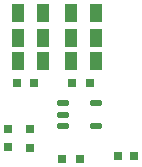
<source format=gtp>
G04*
G04 #@! TF.GenerationSoftware,Altium Limited,Altium Designer,18.0.7 (293)*
G04*
G04 Layer_Color=8421504*
%FSLAX25Y25*%
%MOIN*%
G70*
G01*
G75*
%ADD15O,0.04331X0.02165*%
%ADD16R,0.03150X0.03150*%
%ADD17R,0.03000X0.03000*%
%ADD18R,0.04000X0.05906*%
%ADD19R,0.03000X0.03000*%
%ADD20R,0.03150X0.03150*%
D15*
X57057Y21716D02*
D03*
Y14216D02*
D03*
X46057Y14236D02*
D03*
X46057Y17976D02*
D03*
Y21716D02*
D03*
D16*
X35153Y13038D02*
D03*
Y6739D02*
D03*
D17*
X27634Y13041D02*
D03*
Y7057D02*
D03*
D18*
X48544Y36009D02*
D03*
X56969D02*
D03*
X48544Y51919D02*
D03*
X56969D02*
D03*
X48544Y43545D02*
D03*
X56969Y43545D02*
D03*
X30959Y51919D02*
D03*
X39384D02*
D03*
X30959Y43545D02*
D03*
X39384D02*
D03*
X30959Y36009D02*
D03*
X39384D02*
D03*
D19*
X54911Y28472D02*
D03*
X48927D02*
D03*
X30504D02*
D03*
X36488D02*
D03*
X51561Y3350D02*
D03*
X45578D02*
D03*
D20*
X69748Y4187D02*
D03*
X64236D02*
D03*
M02*

</source>
